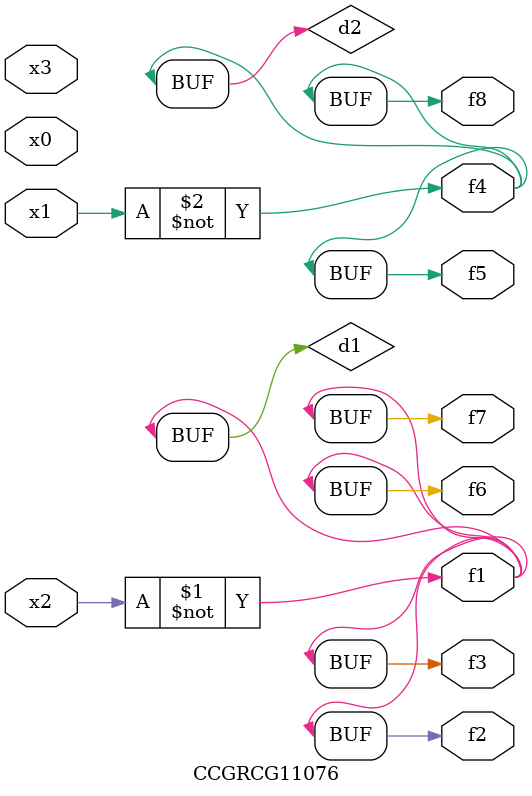
<source format=v>
module CCGRCG11076(
	input x0, x1, x2, x3,
	output f1, f2, f3, f4, f5, f6, f7, f8
);

	wire d1, d2;

	xnor (d1, x2);
	not (d2, x1);
	assign f1 = d1;
	assign f2 = d1;
	assign f3 = d1;
	assign f4 = d2;
	assign f5 = d2;
	assign f6 = d1;
	assign f7 = d1;
	assign f8 = d2;
endmodule

</source>
